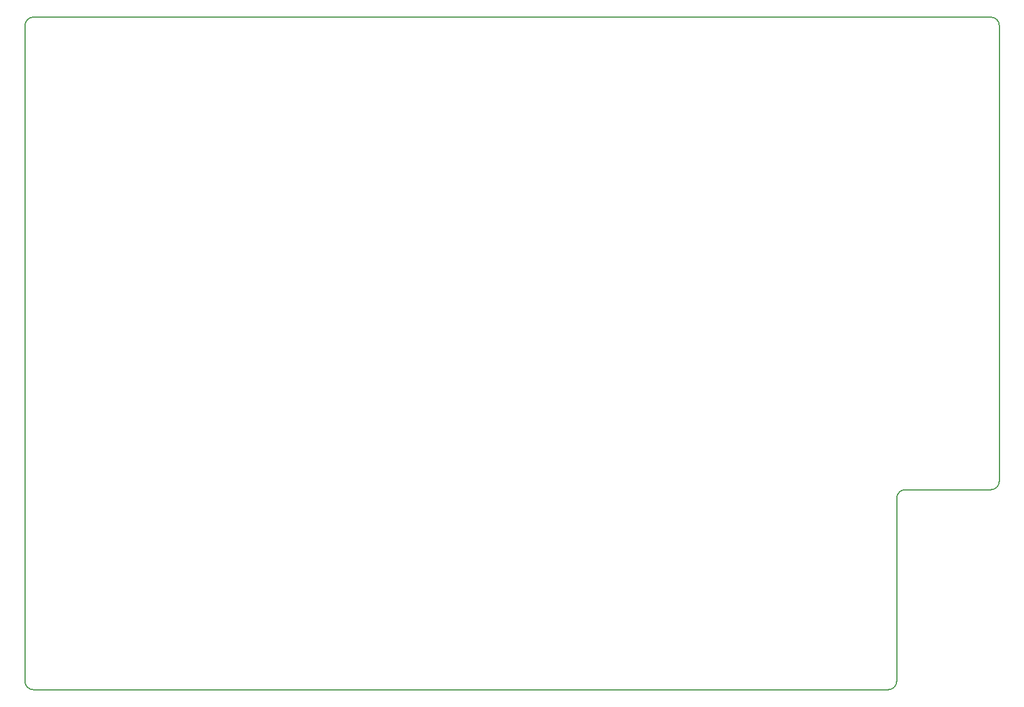
<source format=gko>
G04 (created by PCBNEW (2013-03-19 BZR 4004)-stable) date 7/29/2015 9:45:37 AM*
%MOIN*%
G04 Gerber Fmt 3.4, Leading zero omitted, Abs format*
%FSLAX34Y34*%
G01*
G70*
G90*
G04 APERTURE LIST*
%ADD10C,0.007*%
%ADD11C,0.00590551*%
G04 APERTURE END LIST*
G54D10*
G54D11*
X57000Y-500D02*
G75*
G03X56500Y0I-500J0D01*
G74*
G01*
X56500Y-27650D02*
G75*
G03X57000Y-27150I0J500D01*
G74*
G01*
X51500Y-27650D02*
G75*
G03X51000Y-28150I0J-500D01*
G74*
G01*
X50500Y-39350D02*
G75*
G03X51000Y-38850I0J500D01*
G74*
G01*
X0Y-38850D02*
G75*
G03X500Y-39350I500J0D01*
G74*
G01*
X500Y0D02*
G75*
G03X0Y-500I0J-500D01*
G74*
G01*
X51000Y-38850D02*
X51000Y-28150D01*
X500Y-39350D02*
X50500Y-39350D01*
X0Y-500D02*
X0Y-38850D01*
X56500Y-27650D02*
X51500Y-27650D01*
X57000Y-500D02*
X57000Y-27150D01*
X500Y0D02*
X56500Y0D01*
M02*

</source>
